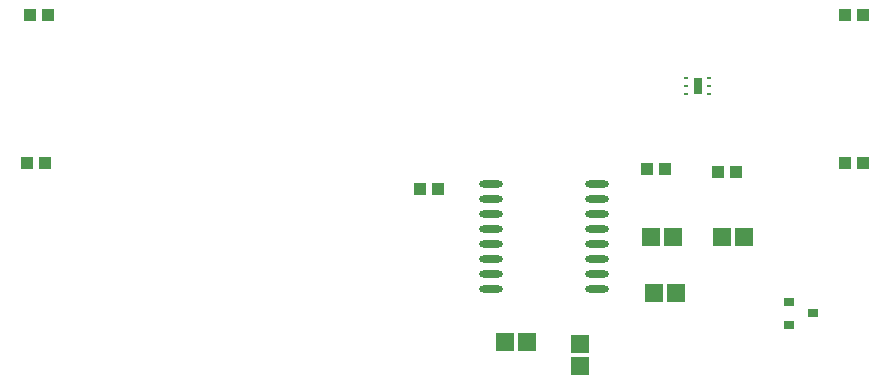
<source format=gtp>
G04 Layer_Color=7318015*
%FSLAX24Y24*%
%MOIN*%
G70*
G01*
G75*
%ADD10R,0.0610X0.0610*%
%ADD11R,0.0413X0.0394*%
%ADD12R,0.0610X0.0610*%
%ADD13O,0.0197X0.0098*%
%ADD14R,0.0256X0.0532*%
%ADD15O,0.0787X0.0236*%
%ADD16R,0.0354X0.0315*%
D10*
X35010Y22736D02*
D03*
X34281D02*
D03*
X37274Y24606D02*
D03*
X36545D02*
D03*
X34911D02*
D03*
X34183D02*
D03*
X30030Y21083D02*
D03*
X29301D02*
D03*
D11*
X34646Y26870D02*
D03*
X34055D02*
D03*
X14075Y31988D02*
D03*
X13484D02*
D03*
X40650D02*
D03*
X41240D02*
D03*
X13976Y27067D02*
D03*
X13386D02*
D03*
X37008Y26772D02*
D03*
X36417D02*
D03*
X26476Y26181D02*
D03*
X27067D02*
D03*
X40650Y27067D02*
D03*
X41240D02*
D03*
D12*
X31791Y21033D02*
D03*
Y20305D02*
D03*
D13*
X36102Y29882D02*
D03*
Y29626D02*
D03*
Y29370D02*
D03*
X35354D02*
D03*
Y29626D02*
D03*
Y29882D02*
D03*
D14*
X35728Y29626D02*
D03*
D15*
X28839Y26356D02*
D03*
Y25856D02*
D03*
Y25356D02*
D03*
Y24856D02*
D03*
Y24356D02*
D03*
Y23856D02*
D03*
Y23356D02*
D03*
Y22856D02*
D03*
X32382Y26356D02*
D03*
Y25856D02*
D03*
Y25356D02*
D03*
Y24856D02*
D03*
Y24356D02*
D03*
Y23856D02*
D03*
Y23356D02*
D03*
Y22856D02*
D03*
D16*
X38780Y22421D02*
D03*
Y21673D02*
D03*
X39567Y22047D02*
D03*
M02*

</source>
